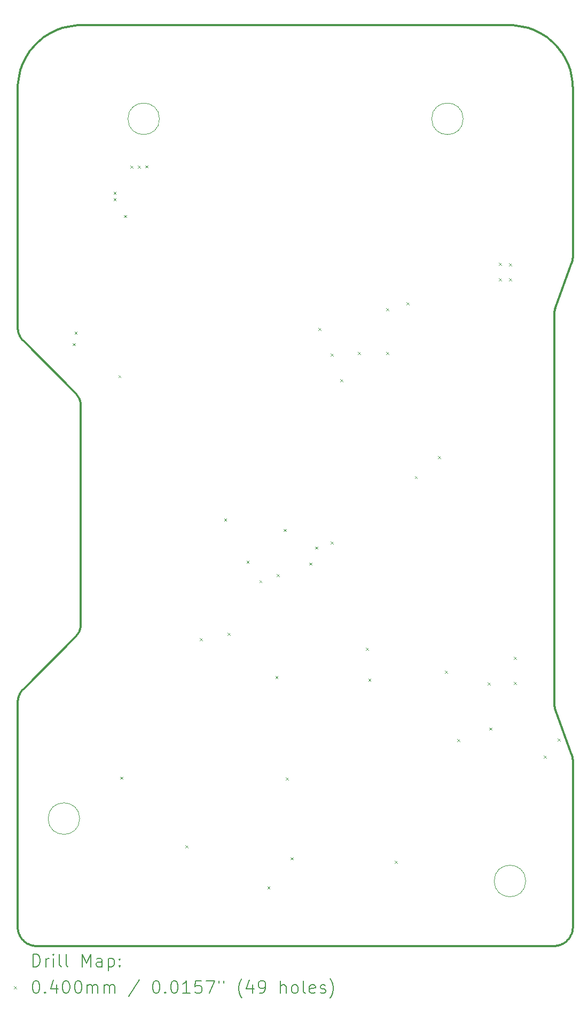
<source format=gbr>
%TF.GenerationSoftware,KiCad,Pcbnew,7.0.7*%
%TF.CreationDate,2023-09-26T10:41:10-05:00*%
%TF.ProjectId,DingoPCB,44696e67-6f50-4434-922e-6b696361645f,rev?*%
%TF.SameCoordinates,Original*%
%TF.FileFunction,Drillmap*%
%TF.FilePolarity,Positive*%
%FSLAX45Y45*%
G04 Gerber Fmt 4.5, Leading zero omitted, Abs format (unit mm)*
G04 Created by KiCad (PCBNEW 7.0.7) date 2023-09-26 10:41:10*
%MOMM*%
%LPD*%
G01*
G04 APERTURE LIST*
%ADD10C,0.349999*%
%ADD11C,0.100000*%
%ADD12C,0.200000*%
%ADD13C,0.040000*%
G04 APERTURE END LIST*
D10*
X2782342Y-7097769D02*
X2779112Y-7083444D01*
X10586931Y-2066901D02*
X10588160Y-2116488D01*
X10500291Y-15628621D02*
X10510550Y-15617841D01*
X1905967Y-1645597D02*
X1884042Y-1689205D01*
X10305364Y-5619599D02*
X10303740Y-5625935D01*
X2450987Y-1175045D02*
X2405477Y-1192609D01*
X2081054Y-1409381D02*
X2046859Y-1445314D01*
X10529292Y-15594970D02*
X10537756Y-15582929D01*
X9970842Y-1192608D02*
X10015442Y-1212370D01*
X10587016Y-4812550D02*
X10587516Y-4806025D01*
X10295266Y-1409381D02*
X10329460Y-1445314D01*
X1788529Y-15431364D02*
X1789628Y-15446139D01*
X10577944Y-4864001D02*
X10579568Y-4857664D01*
X10142959Y-1284500D02*
X10183098Y-1312712D01*
X2233360Y-1284500D02*
X2193221Y-1312712D01*
X1847027Y-11678086D02*
X1838564Y-11690128D01*
X10361695Y-1482730D02*
X10391935Y-1521549D01*
X2765324Y-7041764D02*
X2759395Y-7028384D01*
X2088160Y-15716488D02*
X10288160Y-15716488D01*
X1846717Y-1779314D02*
X1831385Y-1825653D01*
X10579112Y-15489613D02*
X10582342Y-15475288D01*
X1984384Y-1521549D02*
X1956172Y-1561687D01*
X10574282Y-12695460D02*
X10572244Y-12689232D01*
X10288160Y-15716488D02*
X10303036Y-15716120D01*
X10311064Y-5600802D02*
X10309026Y-5607030D01*
X2640491Y-1127447D02*
X2592159Y-1135880D01*
X1789628Y-11826917D02*
X1788529Y-11841692D01*
X1793054Y-2017650D02*
X1789389Y-2066901D01*
X10429426Y-15681146D02*
X10442186Y-15673930D01*
X1801128Y-11769318D02*
X1797208Y-11783443D01*
X10329460Y-1445314D02*
X10361695Y-1482730D01*
X10489511Y-15638879D02*
X10500291Y-15628621D01*
X10295147Y-11874808D02*
X10295218Y-11881367D01*
X1816925Y-11728383D02*
X1810996Y-11741763D01*
X1793978Y-15475288D02*
X1797208Y-15489613D01*
X1973355Y-15693652D02*
X1987008Y-15698921D01*
X1856099Y-15606616D02*
X1865770Y-15617841D01*
X2759396Y-10736224D02*
X2765324Y-10722844D01*
X10389311Y-15698921D02*
X10402964Y-15693652D01*
X2015035Y-15707441D02*
X2029360Y-15710671D01*
X10101582Y-1258349D02*
X10142959Y-1284500D01*
X1810996Y-15531293D02*
X1816924Y-15544673D01*
X10583602Y-12733556D02*
X10582397Y-12727131D01*
X2154403Y-1342953D02*
X2116986Y-1375187D01*
X10558001Y-1872738D02*
X10568767Y-1920487D01*
X1886808Y-15638879D02*
X1898033Y-15648549D01*
X2779113Y-10681164D02*
X2782343Y-10666839D01*
X1830719Y-11702541D02*
X1823502Y-11715301D01*
X10577944Y-12708029D02*
X10576182Y-12701726D01*
X10588160Y-12785650D02*
X10588088Y-12779092D01*
X10303036Y-15716120D02*
X10317811Y-15715020D01*
D11*
X4034600Y-2600000D02*
G75*
G03*
X4034600Y-2600000I-250000J0D01*
G01*
D10*
X10298640Y-11920457D02*
X10299705Y-11926906D01*
X1856100Y-11666441D02*
X1847027Y-11678086D01*
X1797208Y-15489613D02*
X1801128Y-15503739D01*
X2000909Y-15703521D02*
X2015035Y-15707441D01*
X10510550Y-15617841D02*
X10520220Y-15606616D01*
X10582397Y-4844898D02*
X10583602Y-4838473D01*
X1788160Y-5908040D02*
X1788529Y-5922916D01*
X10572244Y-12689232D02*
X10570069Y-12683046D01*
X2745602Y-10762066D02*
X2752818Y-10749306D01*
X1898033Y-15648549D02*
X1909678Y-15657621D01*
X1987008Y-15698921D02*
X2000909Y-15703521D01*
X10587791Y-15431364D02*
X10588160Y-15416488D01*
X1788529Y-11841692D02*
X1788160Y-11856568D01*
X10579568Y-4857664D02*
X10581052Y-4851296D01*
X10565323Y-15531293D02*
X10570593Y-15517640D01*
X10584667Y-12740005D02*
X10583602Y-12733556D01*
X10585591Y-12746477D02*
X10584667Y-12740005D01*
X1810996Y-6022844D02*
X1816925Y-6036223D01*
X10587873Y-12772543D02*
X10587516Y-12766004D01*
X1864281Y-1733804D02*
X1846717Y-1779314D01*
X10307126Y-11958738D02*
X10309026Y-11965004D01*
X1847027Y-15594970D02*
X1856099Y-15606616D01*
X10581052Y-4851296D02*
X10582397Y-4844898D01*
X2737756Y-6990129D02*
X2729292Y-6978087D01*
X1865770Y-6109391D02*
X1876028Y-6120171D01*
X1818319Y-1872737D02*
X1807553Y-1920487D01*
X10299706Y-5645125D02*
X10298642Y-5651574D01*
X2788160Y-7156568D02*
X2787791Y-7141692D01*
X10297717Y-5658046D02*
X10296934Y-5664538D01*
X10302255Y-11939729D02*
X10303740Y-11946098D01*
X2775193Y-10695289D02*
X2779113Y-10681164D01*
X1797208Y-11783443D02*
X1793978Y-11797768D01*
X1930021Y-1603064D02*
X1905967Y-1645597D01*
X10303740Y-11946098D02*
X10305363Y-11952435D01*
X1789389Y-2066901D02*
X1788160Y-2116488D01*
D11*
X8850000Y-2600000D02*
G75*
G03*
X8850000Y-2600000I-250000J0D01*
G01*
D10*
X10537756Y-15582929D02*
X10545601Y-15570515D01*
X10309026Y-5607030D02*
X10307126Y-5613296D01*
X9735829Y-1127447D02*
X9784161Y-1135880D01*
X10582397Y-12727131D02*
X10581052Y-12720734D01*
X1816924Y-15544673D02*
X1823502Y-15557755D01*
X1831385Y-1825653D02*
X1818319Y-1872737D01*
X2116986Y-1375187D02*
X2081054Y-1409381D01*
X10544934Y-1825653D02*
X10558001Y-1872738D01*
X2720220Y-6966442D02*
X2710550Y-6955217D01*
X1801128Y-15503739D02*
X1805727Y-15517640D01*
X10568767Y-1920487D02*
X10577201Y-1968818D01*
X10059049Y-1234294D02*
X10101582Y-1258349D01*
X1876028Y-15628621D02*
X1886808Y-15638879D01*
X10296293Y-5671047D02*
X10295793Y-5677572D01*
X2689323Y-1121381D02*
X2640491Y-1127447D01*
X10576182Y-12701726D02*
X10574282Y-12695460D01*
X10296290Y-11900982D02*
X10296932Y-11907492D01*
X2779112Y-7083444D02*
X2775192Y-7069319D01*
X10586374Y-12752969D02*
X10585591Y-12746477D01*
X9637747Y-1117717D02*
X9686997Y-1121381D01*
X2043859Y-15713201D02*
X2058509Y-15715020D01*
X2737757Y-10774480D02*
X2745602Y-10762066D01*
X1797208Y-5981164D02*
X1801128Y-5995289D01*
X10570067Y-4888985D02*
X10572243Y-4882798D01*
X2784873Y-10652339D02*
X2786692Y-10637690D01*
X1838564Y-11690128D02*
X1830719Y-11702541D01*
X2729293Y-10786521D02*
X2737757Y-10774480D01*
X2073284Y-15716120D02*
X2088160Y-15716488D01*
X1805727Y-15517640D02*
X1810996Y-15531293D01*
X10298642Y-5651574D02*
X10297717Y-5658046D01*
X10577201Y-1968818D02*
X10583266Y-2017650D01*
X1959975Y-15687724D02*
X1973355Y-15693652D01*
X10402964Y-15693652D02*
X10416344Y-15687724D01*
X1856100Y-6098166D02*
X1865770Y-6109391D01*
X2014625Y-1482730D02*
X1984384Y-1521549D01*
X1791448Y-5952340D02*
X1793978Y-5966839D01*
X1847027Y-6086520D02*
X1856100Y-6098166D01*
X2752818Y-7015302D02*
X2745601Y-7002542D01*
X9588160Y-1116488D02*
X9637747Y-1117717D01*
X9784161Y-1135880D02*
X9831910Y-1146647D01*
X2759395Y-7028384D02*
X2752818Y-7015302D01*
X10575192Y-15503739D02*
X10579112Y-15489613D01*
X1788160Y-11856568D02*
X1788160Y-15416488D01*
X2752818Y-10749306D02*
X2759396Y-10736224D01*
X10303740Y-5625935D02*
X10302256Y-5632303D01*
X10586692Y-15446139D02*
X10587791Y-15431364D01*
X1830718Y-15570515D02*
X1838564Y-15582929D01*
X10297715Y-11913985D02*
X10298640Y-11920457D01*
X10311065Y-11971232D02*
X10313241Y-11977420D01*
X10584667Y-4832024D02*
X10585591Y-4825552D01*
X1876028Y-11644436D02*
X1865770Y-11655216D01*
X1793978Y-11797768D02*
X1791448Y-11812267D01*
X2193221Y-1312712D02*
X2154403Y-1342953D01*
X2058509Y-15715020D02*
X2073284Y-15716120D01*
X2497325Y-1159713D02*
X2450987Y-1175045D01*
X2405477Y-1192609D02*
X2360877Y-1212370D01*
X1934133Y-15673930D02*
X1946893Y-15681146D01*
X10587516Y-4806025D02*
X10587873Y-4799486D01*
X10295150Y-5697218D02*
X10295147Y-11874809D01*
X1823502Y-11715301D02*
X1816925Y-11728383D01*
X1876028Y-6120171D02*
X2700292Y-6944436D01*
X1788529Y-5922916D02*
X1789628Y-5937691D01*
X10559395Y-15544673D02*
X10565323Y-15531293D01*
X10588088Y-4792936D02*
X10588160Y-4786378D01*
X10221917Y-1342952D02*
X10259333Y-1375187D01*
X2770593Y-7055417D02*
X2765324Y-7041764D01*
X9831910Y-1146647D02*
X9878994Y-1159713D01*
X10520220Y-15606616D02*
X10529292Y-15594970D01*
X2788160Y-1116488D02*
X2738573Y-1117717D01*
X1789628Y-15446139D02*
X1791448Y-15460789D01*
X2775192Y-7069319D02*
X2770593Y-7055417D01*
X10572243Y-4882798D02*
X10574281Y-4876570D01*
X10295793Y-5677572D02*
X10295436Y-5684111D01*
X10295436Y-5684111D02*
X10295221Y-5690660D01*
X10295433Y-11887917D02*
X10295791Y-11894456D01*
X2765324Y-10722844D02*
X2770593Y-10709191D01*
X2787792Y-10622914D02*
X2788160Y-10608038D01*
X10512039Y-1733805D02*
X10529602Y-1779315D01*
X10584872Y-15460789D02*
X10586692Y-15446139D01*
D11*
X9841040Y-14686280D02*
G75*
G03*
X9841040Y-14686280I-250000J0D01*
G01*
D10*
X10552818Y-15557755D02*
X10559395Y-15544673D01*
X10259333Y-1375187D02*
X10295266Y-1409381D01*
X10313239Y-5594615D02*
X10311064Y-5600802D01*
X1876028Y-11644436D02*
X2700292Y-10820172D01*
X10446298Y-1603064D02*
X10470353Y-1645598D01*
X1865770Y-11655216D02*
X1856100Y-11666441D01*
X9686997Y-1121381D02*
X9735829Y-1127447D01*
X2788160Y-10608040D02*
X2788160Y-7156568D01*
X10587516Y-12766004D02*
X10587016Y-12759479D01*
X1865770Y-15617841D02*
X1876028Y-15628621D01*
X10300910Y-11933331D02*
X10302255Y-11939729D01*
X2770593Y-10709191D02*
X2775193Y-10695289D01*
X10529602Y-1779315D02*
X10544934Y-1825653D01*
X1810996Y-11741763D02*
X1805727Y-11755416D01*
X10420147Y-1561688D02*
X10446298Y-1603064D01*
X1838564Y-15582929D02*
X1847027Y-15594970D01*
X1788160Y-15416488D02*
X1788529Y-15431364D01*
X2784872Y-7112268D02*
X2782342Y-7097769D01*
X10296932Y-11907492D02*
X10297715Y-11913985D01*
X10583602Y-4838473D02*
X10584667Y-4832024D01*
X2782343Y-10666839D02*
X2784873Y-10652339D01*
X10416344Y-15687724D02*
X10429426Y-15681146D01*
X1791448Y-15460789D02*
X1793978Y-15475288D01*
X1823502Y-15557755D02*
X1830718Y-15570515D01*
X2786692Y-7126917D02*
X2784872Y-7112268D01*
X2592159Y-1135880D02*
X2544410Y-1146647D01*
X2710550Y-10809392D02*
X2720221Y-10798167D01*
X10478286Y-15648549D02*
X10489511Y-15638879D01*
X2029360Y-15710671D02*
X2043859Y-15713201D01*
X1805727Y-6009191D02*
X1810996Y-6022844D01*
X10583266Y-2017650D02*
X10586931Y-2066901D01*
X1801128Y-5995289D02*
X1805727Y-6009191D01*
X1816925Y-6036223D02*
X1823502Y-6049306D01*
X1884042Y-1689205D02*
X1864281Y-1733804D01*
X1909678Y-15657621D02*
X1921720Y-15666085D01*
X1823502Y-6049306D02*
X1830718Y-6062066D01*
X10346960Y-15710671D02*
X10361284Y-15707441D01*
X1956172Y-1561687D02*
X1930021Y-1603064D01*
X10307126Y-5613296D02*
X10305364Y-5619599D01*
X2745601Y-7002542D02*
X2737756Y-6990129D01*
X10302256Y-5632303D02*
X10300911Y-5638701D01*
X2317270Y-1234295D02*
X2274737Y-1258349D01*
X2700292Y-10820172D02*
X2710550Y-10809392D01*
X10313239Y-5594615D02*
X10570067Y-4888985D01*
X10588160Y-15416488D02*
X10588160Y-12785650D01*
X10587873Y-4799486D02*
X10588088Y-4792936D01*
X10305363Y-11952435D02*
X10307126Y-11958738D01*
X10582342Y-15475288D02*
X10584872Y-15460789D01*
X2710550Y-6955217D02*
X2700291Y-6944437D01*
X1799119Y-1968818D02*
X1793054Y-2017650D01*
X10375410Y-15703521D02*
X10389311Y-15698921D01*
X1921720Y-15666085D02*
X1934133Y-15673930D01*
X2720221Y-10798167D02*
X2729293Y-10786521D01*
X10295218Y-11881367D02*
X10295433Y-11887917D01*
X10574281Y-4876570D02*
X10576182Y-4870304D01*
X2274737Y-1258349D02*
X2233360Y-1284500D01*
X1838564Y-6074479D02*
X1847027Y-6086520D01*
X10466641Y-15657621D02*
X10478286Y-15648549D01*
X10470353Y-1645598D02*
X10492278Y-1689205D01*
X2786692Y-10637690D02*
X2787792Y-10622914D01*
X10015442Y-1212370D02*
X10059049Y-1234294D01*
X10570593Y-15517640D02*
X10575192Y-15503739D01*
X10585591Y-4825552D02*
X10586374Y-4819060D01*
X10295791Y-11894456D02*
X10296290Y-11900982D01*
X10299705Y-11926906D02*
X10300910Y-11933331D01*
X2787791Y-7141692D02*
X2786692Y-7126917D01*
X1789628Y-5937691D02*
X1791448Y-5952340D01*
X2544410Y-1146647D02*
X2497325Y-1159713D01*
X2360877Y-1212370D02*
X2317270Y-1234295D01*
X10576182Y-4870304D02*
X10577944Y-4864001D01*
D11*
X2769680Y-13696760D02*
G75*
G03*
X2769680Y-13696760I-250000J0D01*
G01*
D10*
X10588088Y-12779092D02*
X10587873Y-12772543D01*
X10317811Y-15715020D02*
X10332460Y-15713201D01*
X1788160Y-2116488D02*
X1788160Y-5908040D01*
X1807553Y-1920487D02*
X1799119Y-1968818D01*
X1946893Y-15681146D02*
X1959975Y-15687724D01*
X1793978Y-5966839D02*
X1797208Y-5981164D01*
X9925333Y-1175045D02*
X9970842Y-1192608D01*
X2738573Y-1117717D02*
X2689323Y-1121381D01*
X10442186Y-15673930D02*
X10454599Y-15666085D01*
X10309026Y-11965004D02*
X10311065Y-11971232D01*
X9878994Y-1159713D02*
X9925333Y-1175045D01*
X10588160Y-2116488D02*
X10588160Y-4786379D01*
X10492278Y-1689205D02*
X10512039Y-1733805D01*
X2729292Y-6978087D02*
X2720220Y-6966442D01*
X10361284Y-15707441D02*
X10375410Y-15703521D01*
X1791448Y-11812267D02*
X1789628Y-11826917D01*
X1805727Y-11755416D02*
X1801128Y-11769318D01*
X1830718Y-6062066D02*
X1838564Y-6074479D01*
X10586374Y-4819060D02*
X10587016Y-4812550D01*
X10581052Y-12720734D02*
X10579568Y-12714366D01*
X10391935Y-1521549D02*
X10420147Y-1561688D01*
X10313241Y-11977420D02*
X10570067Y-12683044D01*
X10587016Y-12759479D02*
X10586374Y-12752969D01*
X2046859Y-1445314D02*
X2014625Y-1482730D01*
X10332460Y-15713201D02*
X10346960Y-15710671D01*
X10545601Y-15570515D02*
X10552818Y-15557755D01*
X10454599Y-15666085D02*
X10466641Y-15657621D01*
X10183098Y-1312712D02*
X10221917Y-1342952D01*
X2788160Y-1116488D02*
X9588160Y-1116488D01*
X10579568Y-12714366D02*
X10577944Y-12708029D01*
X10296934Y-5664538D02*
X10296293Y-5671047D01*
X10300911Y-5638701D02*
X10299706Y-5645125D01*
X10295221Y-5690660D02*
X10295150Y-5697218D01*
D12*
D13*
X2657160Y-6157280D02*
X2697160Y-6197280D01*
X2697160Y-6157280D02*
X2657160Y-6197280D01*
X2689043Y-5972997D02*
X2729043Y-6012997D01*
X2729043Y-5972997D02*
X2689043Y-6012997D01*
X3307400Y-3759520D02*
X3347400Y-3799520D01*
X3347400Y-3759520D02*
X3307400Y-3799520D01*
X3307400Y-3859470D02*
X3347400Y-3899470D01*
X3347400Y-3859470D02*
X3307400Y-3899470D01*
X3384263Y-6665083D02*
X3424263Y-6705083D01*
X3424263Y-6665083D02*
X3384263Y-6705083D01*
X3411556Y-13032570D02*
X3451556Y-13072570D01*
X3451556Y-13032570D02*
X3411556Y-13072570D01*
X3475040Y-4125280D02*
X3515040Y-4165280D01*
X3515040Y-4125280D02*
X3475040Y-4165280D01*
X3576640Y-3342960D02*
X3616640Y-3382960D01*
X3616640Y-3342960D02*
X3576640Y-3382960D01*
X3693480Y-3342960D02*
X3733480Y-3382960D01*
X3733480Y-3342960D02*
X3693480Y-3382960D01*
X3810320Y-3337880D02*
X3850320Y-3377880D01*
X3850320Y-3337880D02*
X3810320Y-3377880D01*
X4445320Y-14122720D02*
X4485320Y-14162720D01*
X4485320Y-14122720D02*
X4445320Y-14162720D01*
X4673920Y-10835960D02*
X4713920Y-10875960D01*
X4713920Y-10835960D02*
X4673920Y-10875960D01*
X5060000Y-8936040D02*
X5100000Y-8976040D01*
X5100000Y-8936040D02*
X5060000Y-8976040D01*
X5115880Y-10749600D02*
X5155880Y-10789600D01*
X5155880Y-10749600D02*
X5115880Y-10789600D01*
X5415600Y-9606600D02*
X5455600Y-9646600D01*
X5455600Y-9606600D02*
X5415600Y-9646600D01*
X5618800Y-9916480D02*
X5658800Y-9956480D01*
X5658800Y-9916480D02*
X5618800Y-9956480D01*
X5745800Y-14772960D02*
X5785800Y-14812960D01*
X5785800Y-14772960D02*
X5745800Y-14812960D01*
X5872800Y-11435400D02*
X5912800Y-11475400D01*
X5912800Y-11435400D02*
X5872800Y-11475400D01*
X5893120Y-9819960D02*
X5933120Y-9859960D01*
X5933120Y-9819960D02*
X5893120Y-9859960D01*
X6004880Y-9103680D02*
X6044880Y-9143680D01*
X6044880Y-9103680D02*
X6004880Y-9143680D01*
X6040440Y-13045760D02*
X6080440Y-13085760D01*
X6080440Y-13045760D02*
X6040440Y-13085760D01*
X6111560Y-14310680D02*
X6151560Y-14350680D01*
X6151560Y-14310680D02*
X6111560Y-14350680D01*
X6411280Y-9637080D02*
X6451280Y-9677080D01*
X6451280Y-9637080D02*
X6411280Y-9677080D01*
X6502720Y-9383080D02*
X6542720Y-9423080D01*
X6542720Y-9383080D02*
X6502720Y-9423080D01*
X6553520Y-5913440D02*
X6593520Y-5953440D01*
X6593520Y-5913440D02*
X6553520Y-5953440D01*
X6746560Y-9301800D02*
X6786560Y-9341800D01*
X6786560Y-9301800D02*
X6746560Y-9341800D01*
X6751640Y-6319840D02*
X6791640Y-6359840D01*
X6791640Y-6319840D02*
X6751640Y-6359840D01*
X6898960Y-6731320D02*
X6938960Y-6771320D01*
X6938960Y-6731320D02*
X6898960Y-6771320D01*
X7178360Y-6294440D02*
X7218360Y-6334440D01*
X7218360Y-6294440D02*
X7178360Y-6334440D01*
X7310440Y-10988360D02*
X7350440Y-11028360D01*
X7350440Y-10988360D02*
X7310440Y-11028360D01*
X7346000Y-11476040D02*
X7386000Y-11516040D01*
X7386000Y-11476040D02*
X7346000Y-11516040D01*
X7630480Y-5603560D02*
X7670480Y-5643560D01*
X7670480Y-5603560D02*
X7630480Y-5643560D01*
X7630480Y-6294440D02*
X7670480Y-6334440D01*
X7670480Y-6294440D02*
X7630480Y-6334440D01*
X7762560Y-14366560D02*
X7802560Y-14406560D01*
X7802560Y-14366560D02*
X7762560Y-14406560D01*
X7950520Y-5507040D02*
X7990520Y-5547040D01*
X7990520Y-5507040D02*
X7950520Y-5547040D01*
X8082600Y-8265480D02*
X8122600Y-8305480D01*
X8122600Y-8265480D02*
X8082600Y-8305480D01*
X8453440Y-7950520D02*
X8493440Y-7990520D01*
X8493440Y-7950520D02*
X8453440Y-7990520D01*
X8560120Y-11350370D02*
X8600120Y-11390370D01*
X8600120Y-11350370D02*
X8560120Y-11390370D01*
X8753160Y-12436160D02*
X8793160Y-12476160D01*
X8793160Y-12436160D02*
X8753160Y-12476160D01*
X9235760Y-11537000D02*
X9275760Y-11577000D01*
X9275760Y-11537000D02*
X9235760Y-11577000D01*
X9261160Y-12253280D02*
X9301160Y-12293280D01*
X9301160Y-12253280D02*
X9261160Y-12293280D01*
X9418640Y-4882200D02*
X9458640Y-4922200D01*
X9458640Y-4882200D02*
X9418640Y-4922200D01*
X9418640Y-5126040D02*
X9458640Y-5166040D01*
X9458640Y-5126040D02*
X9418640Y-5166040D01*
X9576120Y-4892360D02*
X9616120Y-4932360D01*
X9616120Y-4892360D02*
X9576120Y-4932360D01*
X9576120Y-5131120D02*
X9616120Y-5171120D01*
X9616120Y-5131120D02*
X9576120Y-5171120D01*
X9652320Y-11130600D02*
X9692320Y-11170600D01*
X9692320Y-11130600D02*
X9652320Y-11170600D01*
X9652320Y-11531920D02*
X9692320Y-11571920D01*
X9692320Y-11531920D02*
X9652320Y-11571920D01*
X10129840Y-12700320D02*
X10169840Y-12740320D01*
X10169840Y-12700320D02*
X10129840Y-12740320D01*
X10348280Y-12426000D02*
X10388280Y-12466000D01*
X10388280Y-12426000D02*
X10348280Y-12466000D01*
D12*
X2031437Y-16045472D02*
X2031437Y-15845472D01*
X2031437Y-15845472D02*
X2079056Y-15845472D01*
X2079056Y-15845472D02*
X2107627Y-15854996D01*
X2107627Y-15854996D02*
X2126675Y-15874043D01*
X2126675Y-15874043D02*
X2136199Y-15893091D01*
X2136199Y-15893091D02*
X2145723Y-15931186D01*
X2145723Y-15931186D02*
X2145723Y-15959758D01*
X2145723Y-15959758D02*
X2136199Y-15997853D01*
X2136199Y-15997853D02*
X2126675Y-16016901D01*
X2126675Y-16016901D02*
X2107627Y-16035948D01*
X2107627Y-16035948D02*
X2079056Y-16045472D01*
X2079056Y-16045472D02*
X2031437Y-16045472D01*
X2231437Y-16045472D02*
X2231437Y-15912139D01*
X2231437Y-15950234D02*
X2240961Y-15931186D01*
X2240961Y-15931186D02*
X2250485Y-15921662D01*
X2250485Y-15921662D02*
X2269532Y-15912139D01*
X2269532Y-15912139D02*
X2288580Y-15912139D01*
X2355246Y-16045472D02*
X2355246Y-15912139D01*
X2355246Y-15845472D02*
X2345723Y-15854996D01*
X2345723Y-15854996D02*
X2355246Y-15864520D01*
X2355246Y-15864520D02*
X2364770Y-15854996D01*
X2364770Y-15854996D02*
X2355246Y-15845472D01*
X2355246Y-15845472D02*
X2355246Y-15864520D01*
X2479056Y-16045472D02*
X2460008Y-16035948D01*
X2460008Y-16035948D02*
X2450485Y-16016901D01*
X2450485Y-16016901D02*
X2450485Y-15845472D01*
X2583818Y-16045472D02*
X2564770Y-16035948D01*
X2564770Y-16035948D02*
X2555246Y-16016901D01*
X2555246Y-16016901D02*
X2555246Y-15845472D01*
X2812389Y-16045472D02*
X2812389Y-15845472D01*
X2812389Y-15845472D02*
X2879056Y-15988329D01*
X2879056Y-15988329D02*
X2945723Y-15845472D01*
X2945723Y-15845472D02*
X2945723Y-16045472D01*
X3126675Y-16045472D02*
X3126675Y-15940710D01*
X3126675Y-15940710D02*
X3117151Y-15921662D01*
X3117151Y-15921662D02*
X3098104Y-15912139D01*
X3098104Y-15912139D02*
X3060008Y-15912139D01*
X3060008Y-15912139D02*
X3040961Y-15921662D01*
X3126675Y-16035948D02*
X3107627Y-16045472D01*
X3107627Y-16045472D02*
X3060008Y-16045472D01*
X3060008Y-16045472D02*
X3040961Y-16035948D01*
X3040961Y-16035948D02*
X3031437Y-16016901D01*
X3031437Y-16016901D02*
X3031437Y-15997853D01*
X3031437Y-15997853D02*
X3040961Y-15978805D01*
X3040961Y-15978805D02*
X3060008Y-15969282D01*
X3060008Y-15969282D02*
X3107627Y-15969282D01*
X3107627Y-15969282D02*
X3126675Y-15959758D01*
X3221913Y-15912139D02*
X3221913Y-16112139D01*
X3221913Y-15921662D02*
X3240961Y-15912139D01*
X3240961Y-15912139D02*
X3279056Y-15912139D01*
X3279056Y-15912139D02*
X3298104Y-15921662D01*
X3298104Y-15921662D02*
X3307627Y-15931186D01*
X3307627Y-15931186D02*
X3317151Y-15950234D01*
X3317151Y-15950234D02*
X3317151Y-16007377D01*
X3317151Y-16007377D02*
X3307627Y-16026424D01*
X3307627Y-16026424D02*
X3298104Y-16035948D01*
X3298104Y-16035948D02*
X3279056Y-16045472D01*
X3279056Y-16045472D02*
X3240961Y-16045472D01*
X3240961Y-16045472D02*
X3221913Y-16035948D01*
X3402865Y-16026424D02*
X3412389Y-16035948D01*
X3412389Y-16035948D02*
X3402865Y-16045472D01*
X3402865Y-16045472D02*
X3393342Y-16035948D01*
X3393342Y-16035948D02*
X3402865Y-16026424D01*
X3402865Y-16026424D02*
X3402865Y-16045472D01*
X3402865Y-15921662D02*
X3412389Y-15931186D01*
X3412389Y-15931186D02*
X3402865Y-15940710D01*
X3402865Y-15940710D02*
X3393342Y-15931186D01*
X3393342Y-15931186D02*
X3402865Y-15921662D01*
X3402865Y-15921662D02*
X3402865Y-15940710D01*
D13*
X1730660Y-16353988D02*
X1770660Y-16393988D01*
X1770660Y-16353988D02*
X1730660Y-16393988D01*
D12*
X2069532Y-16265472D02*
X2088580Y-16265472D01*
X2088580Y-16265472D02*
X2107627Y-16274996D01*
X2107627Y-16274996D02*
X2117151Y-16284520D01*
X2117151Y-16284520D02*
X2126675Y-16303567D01*
X2126675Y-16303567D02*
X2136199Y-16341662D01*
X2136199Y-16341662D02*
X2136199Y-16389282D01*
X2136199Y-16389282D02*
X2126675Y-16427377D01*
X2126675Y-16427377D02*
X2117151Y-16446424D01*
X2117151Y-16446424D02*
X2107627Y-16455948D01*
X2107627Y-16455948D02*
X2088580Y-16465472D01*
X2088580Y-16465472D02*
X2069532Y-16465472D01*
X2069532Y-16465472D02*
X2050484Y-16455948D01*
X2050484Y-16455948D02*
X2040961Y-16446424D01*
X2040961Y-16446424D02*
X2031437Y-16427377D01*
X2031437Y-16427377D02*
X2021913Y-16389282D01*
X2021913Y-16389282D02*
X2021913Y-16341662D01*
X2021913Y-16341662D02*
X2031437Y-16303567D01*
X2031437Y-16303567D02*
X2040961Y-16284520D01*
X2040961Y-16284520D02*
X2050484Y-16274996D01*
X2050484Y-16274996D02*
X2069532Y-16265472D01*
X2221913Y-16446424D02*
X2231437Y-16455948D01*
X2231437Y-16455948D02*
X2221913Y-16465472D01*
X2221913Y-16465472D02*
X2212389Y-16455948D01*
X2212389Y-16455948D02*
X2221913Y-16446424D01*
X2221913Y-16446424D02*
X2221913Y-16465472D01*
X2402866Y-16332139D02*
X2402866Y-16465472D01*
X2355246Y-16255948D02*
X2307627Y-16398805D01*
X2307627Y-16398805D02*
X2431437Y-16398805D01*
X2545723Y-16265472D02*
X2564770Y-16265472D01*
X2564770Y-16265472D02*
X2583818Y-16274996D01*
X2583818Y-16274996D02*
X2593342Y-16284520D01*
X2593342Y-16284520D02*
X2602866Y-16303567D01*
X2602866Y-16303567D02*
X2612389Y-16341662D01*
X2612389Y-16341662D02*
X2612389Y-16389282D01*
X2612389Y-16389282D02*
X2602866Y-16427377D01*
X2602866Y-16427377D02*
X2593342Y-16446424D01*
X2593342Y-16446424D02*
X2583818Y-16455948D01*
X2583818Y-16455948D02*
X2564770Y-16465472D01*
X2564770Y-16465472D02*
X2545723Y-16465472D01*
X2545723Y-16465472D02*
X2526675Y-16455948D01*
X2526675Y-16455948D02*
X2517151Y-16446424D01*
X2517151Y-16446424D02*
X2507627Y-16427377D01*
X2507627Y-16427377D02*
X2498104Y-16389282D01*
X2498104Y-16389282D02*
X2498104Y-16341662D01*
X2498104Y-16341662D02*
X2507627Y-16303567D01*
X2507627Y-16303567D02*
X2517151Y-16284520D01*
X2517151Y-16284520D02*
X2526675Y-16274996D01*
X2526675Y-16274996D02*
X2545723Y-16265472D01*
X2736199Y-16265472D02*
X2755247Y-16265472D01*
X2755247Y-16265472D02*
X2774294Y-16274996D01*
X2774294Y-16274996D02*
X2783818Y-16284520D01*
X2783818Y-16284520D02*
X2793342Y-16303567D01*
X2793342Y-16303567D02*
X2802865Y-16341662D01*
X2802865Y-16341662D02*
X2802865Y-16389282D01*
X2802865Y-16389282D02*
X2793342Y-16427377D01*
X2793342Y-16427377D02*
X2783818Y-16446424D01*
X2783818Y-16446424D02*
X2774294Y-16455948D01*
X2774294Y-16455948D02*
X2755247Y-16465472D01*
X2755247Y-16465472D02*
X2736199Y-16465472D01*
X2736199Y-16465472D02*
X2717151Y-16455948D01*
X2717151Y-16455948D02*
X2707627Y-16446424D01*
X2707627Y-16446424D02*
X2698104Y-16427377D01*
X2698104Y-16427377D02*
X2688580Y-16389282D01*
X2688580Y-16389282D02*
X2688580Y-16341662D01*
X2688580Y-16341662D02*
X2698104Y-16303567D01*
X2698104Y-16303567D02*
X2707627Y-16284520D01*
X2707627Y-16284520D02*
X2717151Y-16274996D01*
X2717151Y-16274996D02*
X2736199Y-16265472D01*
X2888580Y-16465472D02*
X2888580Y-16332139D01*
X2888580Y-16351186D02*
X2898104Y-16341662D01*
X2898104Y-16341662D02*
X2917151Y-16332139D01*
X2917151Y-16332139D02*
X2945723Y-16332139D01*
X2945723Y-16332139D02*
X2964770Y-16341662D01*
X2964770Y-16341662D02*
X2974294Y-16360710D01*
X2974294Y-16360710D02*
X2974294Y-16465472D01*
X2974294Y-16360710D02*
X2983818Y-16341662D01*
X2983818Y-16341662D02*
X3002865Y-16332139D01*
X3002865Y-16332139D02*
X3031437Y-16332139D01*
X3031437Y-16332139D02*
X3050485Y-16341662D01*
X3050485Y-16341662D02*
X3060008Y-16360710D01*
X3060008Y-16360710D02*
X3060008Y-16465472D01*
X3155246Y-16465472D02*
X3155246Y-16332139D01*
X3155246Y-16351186D02*
X3164770Y-16341662D01*
X3164770Y-16341662D02*
X3183818Y-16332139D01*
X3183818Y-16332139D02*
X3212389Y-16332139D01*
X3212389Y-16332139D02*
X3231437Y-16341662D01*
X3231437Y-16341662D02*
X3240961Y-16360710D01*
X3240961Y-16360710D02*
X3240961Y-16465472D01*
X3240961Y-16360710D02*
X3250485Y-16341662D01*
X3250485Y-16341662D02*
X3269532Y-16332139D01*
X3269532Y-16332139D02*
X3298104Y-16332139D01*
X3298104Y-16332139D02*
X3317151Y-16341662D01*
X3317151Y-16341662D02*
X3326675Y-16360710D01*
X3326675Y-16360710D02*
X3326675Y-16465472D01*
X3717151Y-16255948D02*
X3545723Y-16513091D01*
X3974294Y-16265472D02*
X3993342Y-16265472D01*
X3993342Y-16265472D02*
X4012389Y-16274996D01*
X4012389Y-16274996D02*
X4021913Y-16284520D01*
X4021913Y-16284520D02*
X4031437Y-16303567D01*
X4031437Y-16303567D02*
X4040961Y-16341662D01*
X4040961Y-16341662D02*
X4040961Y-16389282D01*
X4040961Y-16389282D02*
X4031437Y-16427377D01*
X4031437Y-16427377D02*
X4021913Y-16446424D01*
X4021913Y-16446424D02*
X4012389Y-16455948D01*
X4012389Y-16455948D02*
X3993342Y-16465472D01*
X3993342Y-16465472D02*
X3974294Y-16465472D01*
X3974294Y-16465472D02*
X3955247Y-16455948D01*
X3955247Y-16455948D02*
X3945723Y-16446424D01*
X3945723Y-16446424D02*
X3936199Y-16427377D01*
X3936199Y-16427377D02*
X3926675Y-16389282D01*
X3926675Y-16389282D02*
X3926675Y-16341662D01*
X3926675Y-16341662D02*
X3936199Y-16303567D01*
X3936199Y-16303567D02*
X3945723Y-16284520D01*
X3945723Y-16284520D02*
X3955247Y-16274996D01*
X3955247Y-16274996D02*
X3974294Y-16265472D01*
X4126675Y-16446424D02*
X4136199Y-16455948D01*
X4136199Y-16455948D02*
X4126675Y-16465472D01*
X4126675Y-16465472D02*
X4117151Y-16455948D01*
X4117151Y-16455948D02*
X4126675Y-16446424D01*
X4126675Y-16446424D02*
X4126675Y-16465472D01*
X4260009Y-16265472D02*
X4279056Y-16265472D01*
X4279056Y-16265472D02*
X4298104Y-16274996D01*
X4298104Y-16274996D02*
X4307628Y-16284520D01*
X4307628Y-16284520D02*
X4317151Y-16303567D01*
X4317151Y-16303567D02*
X4326675Y-16341662D01*
X4326675Y-16341662D02*
X4326675Y-16389282D01*
X4326675Y-16389282D02*
X4317151Y-16427377D01*
X4317151Y-16427377D02*
X4307628Y-16446424D01*
X4307628Y-16446424D02*
X4298104Y-16455948D01*
X4298104Y-16455948D02*
X4279056Y-16465472D01*
X4279056Y-16465472D02*
X4260009Y-16465472D01*
X4260009Y-16465472D02*
X4240961Y-16455948D01*
X4240961Y-16455948D02*
X4231437Y-16446424D01*
X4231437Y-16446424D02*
X4221913Y-16427377D01*
X4221913Y-16427377D02*
X4212390Y-16389282D01*
X4212390Y-16389282D02*
X4212390Y-16341662D01*
X4212390Y-16341662D02*
X4221913Y-16303567D01*
X4221913Y-16303567D02*
X4231437Y-16284520D01*
X4231437Y-16284520D02*
X4240961Y-16274996D01*
X4240961Y-16274996D02*
X4260009Y-16265472D01*
X4517151Y-16465472D02*
X4402866Y-16465472D01*
X4460009Y-16465472D02*
X4460009Y-16265472D01*
X4460009Y-16265472D02*
X4440961Y-16294043D01*
X4440961Y-16294043D02*
X4421913Y-16313091D01*
X4421913Y-16313091D02*
X4402866Y-16322615D01*
X4698104Y-16265472D02*
X4602866Y-16265472D01*
X4602866Y-16265472D02*
X4593342Y-16360710D01*
X4593342Y-16360710D02*
X4602866Y-16351186D01*
X4602866Y-16351186D02*
X4621913Y-16341662D01*
X4621913Y-16341662D02*
X4669532Y-16341662D01*
X4669532Y-16341662D02*
X4688580Y-16351186D01*
X4688580Y-16351186D02*
X4698104Y-16360710D01*
X4698104Y-16360710D02*
X4707628Y-16379758D01*
X4707628Y-16379758D02*
X4707628Y-16427377D01*
X4707628Y-16427377D02*
X4698104Y-16446424D01*
X4698104Y-16446424D02*
X4688580Y-16455948D01*
X4688580Y-16455948D02*
X4669532Y-16465472D01*
X4669532Y-16465472D02*
X4621913Y-16465472D01*
X4621913Y-16465472D02*
X4602866Y-16455948D01*
X4602866Y-16455948D02*
X4593342Y-16446424D01*
X4774294Y-16265472D02*
X4907628Y-16265472D01*
X4907628Y-16265472D02*
X4821913Y-16465472D01*
X4974294Y-16265472D02*
X4974294Y-16303567D01*
X5050485Y-16265472D02*
X5050485Y-16303567D01*
X5345723Y-16541662D02*
X5336199Y-16532139D01*
X5336199Y-16532139D02*
X5317152Y-16503567D01*
X5317152Y-16503567D02*
X5307628Y-16484520D01*
X5307628Y-16484520D02*
X5298104Y-16455948D01*
X5298104Y-16455948D02*
X5288580Y-16408329D01*
X5288580Y-16408329D02*
X5288580Y-16370234D01*
X5288580Y-16370234D02*
X5298104Y-16322615D01*
X5298104Y-16322615D02*
X5307628Y-16294043D01*
X5307628Y-16294043D02*
X5317152Y-16274996D01*
X5317152Y-16274996D02*
X5336199Y-16246424D01*
X5336199Y-16246424D02*
X5345723Y-16236901D01*
X5507628Y-16332139D02*
X5507628Y-16465472D01*
X5460009Y-16255948D02*
X5412390Y-16398805D01*
X5412390Y-16398805D02*
X5536199Y-16398805D01*
X5621913Y-16465472D02*
X5660009Y-16465472D01*
X5660009Y-16465472D02*
X5679056Y-16455948D01*
X5679056Y-16455948D02*
X5688580Y-16446424D01*
X5688580Y-16446424D02*
X5707628Y-16417853D01*
X5707628Y-16417853D02*
X5717151Y-16379758D01*
X5717151Y-16379758D02*
X5717151Y-16303567D01*
X5717151Y-16303567D02*
X5707628Y-16284520D01*
X5707628Y-16284520D02*
X5698104Y-16274996D01*
X5698104Y-16274996D02*
X5679056Y-16265472D01*
X5679056Y-16265472D02*
X5640961Y-16265472D01*
X5640961Y-16265472D02*
X5621913Y-16274996D01*
X5621913Y-16274996D02*
X5612390Y-16284520D01*
X5612390Y-16284520D02*
X5602866Y-16303567D01*
X5602866Y-16303567D02*
X5602866Y-16351186D01*
X5602866Y-16351186D02*
X5612390Y-16370234D01*
X5612390Y-16370234D02*
X5621913Y-16379758D01*
X5621913Y-16379758D02*
X5640961Y-16389282D01*
X5640961Y-16389282D02*
X5679056Y-16389282D01*
X5679056Y-16389282D02*
X5698104Y-16379758D01*
X5698104Y-16379758D02*
X5707628Y-16370234D01*
X5707628Y-16370234D02*
X5717151Y-16351186D01*
X5955247Y-16465472D02*
X5955247Y-16265472D01*
X6040961Y-16465472D02*
X6040961Y-16360710D01*
X6040961Y-16360710D02*
X6031437Y-16341662D01*
X6031437Y-16341662D02*
X6012390Y-16332139D01*
X6012390Y-16332139D02*
X5983818Y-16332139D01*
X5983818Y-16332139D02*
X5964771Y-16341662D01*
X5964771Y-16341662D02*
X5955247Y-16351186D01*
X6164771Y-16465472D02*
X6145723Y-16455948D01*
X6145723Y-16455948D02*
X6136199Y-16446424D01*
X6136199Y-16446424D02*
X6126675Y-16427377D01*
X6126675Y-16427377D02*
X6126675Y-16370234D01*
X6126675Y-16370234D02*
X6136199Y-16351186D01*
X6136199Y-16351186D02*
X6145723Y-16341662D01*
X6145723Y-16341662D02*
X6164771Y-16332139D01*
X6164771Y-16332139D02*
X6193342Y-16332139D01*
X6193342Y-16332139D02*
X6212390Y-16341662D01*
X6212390Y-16341662D02*
X6221913Y-16351186D01*
X6221913Y-16351186D02*
X6231437Y-16370234D01*
X6231437Y-16370234D02*
X6231437Y-16427377D01*
X6231437Y-16427377D02*
X6221913Y-16446424D01*
X6221913Y-16446424D02*
X6212390Y-16455948D01*
X6212390Y-16455948D02*
X6193342Y-16465472D01*
X6193342Y-16465472D02*
X6164771Y-16465472D01*
X6345723Y-16465472D02*
X6326675Y-16455948D01*
X6326675Y-16455948D02*
X6317152Y-16436901D01*
X6317152Y-16436901D02*
X6317152Y-16265472D01*
X6498104Y-16455948D02*
X6479056Y-16465472D01*
X6479056Y-16465472D02*
X6440961Y-16465472D01*
X6440961Y-16465472D02*
X6421913Y-16455948D01*
X6421913Y-16455948D02*
X6412390Y-16436901D01*
X6412390Y-16436901D02*
X6412390Y-16360710D01*
X6412390Y-16360710D02*
X6421913Y-16341662D01*
X6421913Y-16341662D02*
X6440961Y-16332139D01*
X6440961Y-16332139D02*
X6479056Y-16332139D01*
X6479056Y-16332139D02*
X6498104Y-16341662D01*
X6498104Y-16341662D02*
X6507628Y-16360710D01*
X6507628Y-16360710D02*
X6507628Y-16379758D01*
X6507628Y-16379758D02*
X6412390Y-16398805D01*
X6583818Y-16455948D02*
X6602866Y-16465472D01*
X6602866Y-16465472D02*
X6640961Y-16465472D01*
X6640961Y-16465472D02*
X6660009Y-16455948D01*
X6660009Y-16455948D02*
X6669533Y-16436901D01*
X6669533Y-16436901D02*
X6669533Y-16427377D01*
X6669533Y-16427377D02*
X6660009Y-16408329D01*
X6660009Y-16408329D02*
X6640961Y-16398805D01*
X6640961Y-16398805D02*
X6612390Y-16398805D01*
X6612390Y-16398805D02*
X6593342Y-16389282D01*
X6593342Y-16389282D02*
X6583818Y-16370234D01*
X6583818Y-16370234D02*
X6583818Y-16360710D01*
X6583818Y-16360710D02*
X6593342Y-16341662D01*
X6593342Y-16341662D02*
X6612390Y-16332139D01*
X6612390Y-16332139D02*
X6640961Y-16332139D01*
X6640961Y-16332139D02*
X6660009Y-16341662D01*
X6736199Y-16541662D02*
X6745723Y-16532139D01*
X6745723Y-16532139D02*
X6764771Y-16503567D01*
X6764771Y-16503567D02*
X6774294Y-16484520D01*
X6774294Y-16484520D02*
X6783818Y-16455948D01*
X6783818Y-16455948D02*
X6793342Y-16408329D01*
X6793342Y-16408329D02*
X6793342Y-16370234D01*
X6793342Y-16370234D02*
X6783818Y-16322615D01*
X6783818Y-16322615D02*
X6774294Y-16294043D01*
X6774294Y-16294043D02*
X6764771Y-16274996D01*
X6764771Y-16274996D02*
X6745723Y-16246424D01*
X6745723Y-16246424D02*
X6736199Y-16236901D01*
M02*

</source>
